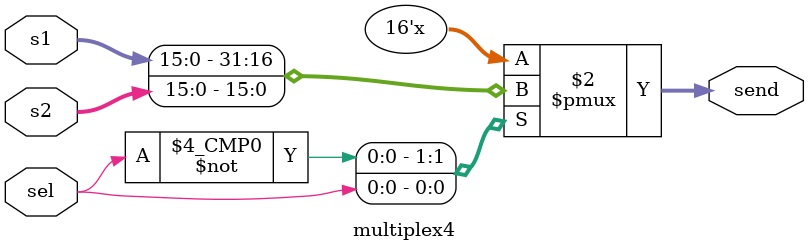
<source format=v>
module multiplex4 (output reg[15:0]send, input [15:0]s1, input [15:0]s2, input sel);

always@(sel or s1 or s2)
begin
case (sel)
	'b0:send=s1;	
	'b1:send=s2;
	endcase
end
endmodule

</source>
